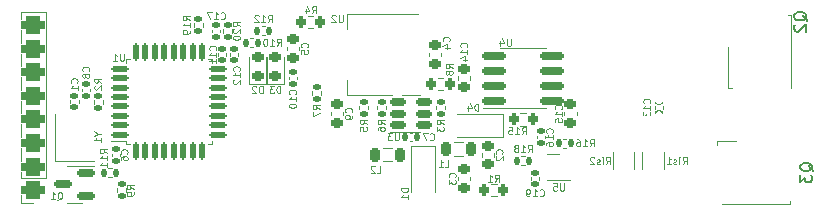
<source format=gbo>
%TF.GenerationSoftware,KiCad,Pcbnew,(6.0.5)*%
%TF.CreationDate,2022-06-23T16:37:56+12:00*%
%TF.ProjectId,OpenEFCS_electronics,4f70656e-4546-4435-935f-656c65637472,rev?*%
%TF.SameCoordinates,Original*%
%TF.FileFunction,Legend,Bot*%
%TF.FilePolarity,Positive*%
%FSLAX46Y46*%
G04 Gerber Fmt 4.6, Leading zero omitted, Abs format (unit mm)*
G04 Created by KiCad (PCBNEW (6.0.5)) date 2022-06-23 16:37:56*
%MOMM*%
%LPD*%
G01*
G04 APERTURE LIST*
G04 Aperture macros list*
%AMRoundRect*
0 Rectangle with rounded corners*
0 $1 Rounding radius*
0 $2 $3 $4 $5 $6 $7 $8 $9 X,Y pos of 4 corners*
0 Add a 4 corners polygon primitive as box body*
4,1,4,$2,$3,$4,$5,$6,$7,$8,$9,$2,$3,0*
0 Add four circle primitives for the rounded corners*
1,1,$1+$1,$2,$3*
1,1,$1+$1,$4,$5*
1,1,$1+$1,$6,$7*
1,1,$1+$1,$8,$9*
0 Add four rect primitives between the rounded corners*
20,1,$1+$1,$2,$3,$4,$5,0*
20,1,$1+$1,$4,$5,$6,$7,0*
20,1,$1+$1,$6,$7,$8,$9,0*
20,1,$1+$1,$8,$9,$2,$3,0*%
%AMFreePoly0*
4,1,17,2.675000,1.605000,1.875000,1.605000,1.875000,0.935000,2.675000,0.935000,2.675000,0.335000,1.875000,0.335000,1.875000,-0.335000,2.675000,-0.335000,2.675000,-0.935000,1.875000,-0.935000,1.875000,-1.605000,2.675000,-1.605000,2.675000,-2.205000,-1.875000,-2.205000,-1.875000,2.205000,2.675000,2.205000,2.675000,1.605000,2.675000,1.605000,$1*%
G04 Aperture macros list end*
%ADD10C,0.120000*%
%ADD11C,0.150000*%
%ADD12R,1.700000X1.700000*%
%ADD13O,1.700000X1.700000*%
%ADD14RoundRect,0.140000X-0.170000X0.140000X-0.170000X-0.140000X0.170000X-0.140000X0.170000X0.140000X0*%
%ADD15RoundRect,0.135000X0.135000X0.185000X-0.135000X0.185000X-0.135000X-0.185000X0.135000X-0.185000X0*%
%ADD16RoundRect,0.250000X0.625000X-0.312500X0.625000X0.312500X-0.625000X0.312500X-0.625000X-0.312500X0*%
%ADD17RoundRect,0.225000X0.250000X-0.225000X0.250000X0.225000X-0.250000X0.225000X-0.250000X-0.225000X0*%
%ADD18RoundRect,0.135000X0.185000X-0.135000X0.185000X0.135000X-0.185000X0.135000X-0.185000X-0.135000X0*%
%ADD19RoundRect,0.200000X-0.200000X-0.275000X0.200000X-0.275000X0.200000X0.275000X-0.200000X0.275000X0*%
%ADD20RoundRect,0.200000X0.200000X0.275000X-0.200000X0.275000X-0.200000X-0.275000X0.200000X-0.275000X0*%
%ADD21R,0.900000X1.200000*%
%ADD22RoundRect,0.225000X-0.250000X0.225000X-0.250000X-0.225000X0.250000X-0.225000X0.250000X0.225000X0*%
%ADD23RoundRect,0.140000X0.170000X-0.140000X0.170000X0.140000X-0.170000X0.140000X-0.170000X-0.140000X0*%
%ADD24RoundRect,0.150000X-0.825000X-0.150000X0.825000X-0.150000X0.825000X0.150000X-0.825000X0.150000X0*%
%ADD25RoundRect,0.150000X-0.512500X-0.150000X0.512500X-0.150000X0.512500X0.150000X-0.512500X0.150000X0*%
%ADD26RoundRect,0.218750X0.256250X-0.218750X0.256250X0.218750X-0.256250X0.218750X-0.256250X-0.218750X0*%
%ADD27FreePoly0,90.000000*%
%ADD28R,0.500000X0.850000*%
%ADD29RoundRect,0.135000X-0.135000X-0.185000X0.135000X-0.185000X0.135000X0.185000X-0.135000X0.185000X0*%
%ADD30RoundRect,0.140000X-0.140000X-0.170000X0.140000X-0.170000X0.140000X0.170000X-0.140000X0.170000X0*%
%ADD31R,0.880000X0.300000*%
%ADD32R,0.780000X0.300000*%
%ADD33RoundRect,0.218750X0.218750X0.381250X-0.218750X0.381250X-0.218750X-0.381250X0.218750X-0.381250X0*%
%ADD34RoundRect,0.125000X-0.625000X-0.125000X0.625000X-0.125000X0.625000X0.125000X-0.625000X0.125000X0*%
%ADD35RoundRect,0.125000X-0.125000X-0.625000X0.125000X-0.625000X0.125000X0.625000X-0.125000X0.625000X0*%
%ADD36R,1.200000X0.900000*%
%ADD37R,1.200000X1.400000*%
%ADD38RoundRect,0.135000X-0.185000X0.135000X-0.185000X-0.135000X0.185000X-0.135000X0.185000X0.135000X0*%
%ADD39FreePoly0,0.000000*%
%ADD40R,0.850000X0.500000*%
%ADD41RoundRect,0.150000X0.587500X0.150000X-0.587500X0.150000X-0.587500X-0.150000X0.587500X-0.150000X0*%
%ADD42R,2.000000X1.500000*%
%ADD43R,2.000000X3.800000*%
%ADD44RoundRect,0.375000X-0.625000X-0.375000X0.625000X-0.375000X0.625000X0.375000X-0.625000X0.375000X0*%
G04 APERTURE END LIST*
D10*
%TO.C,C8*%
X51714285Y-96400000D02*
X51742857Y-96371428D01*
X51771428Y-96285714D01*
X51771428Y-96228571D01*
X51742857Y-96142857D01*
X51685714Y-96085714D01*
X51628571Y-96057142D01*
X51514285Y-96028571D01*
X51428571Y-96028571D01*
X51314285Y-96057142D01*
X51257142Y-96085714D01*
X51200000Y-96142857D01*
X51171428Y-96228571D01*
X51171428Y-96285714D01*
X51200000Y-96371428D01*
X51228571Y-96400000D01*
X51428571Y-96742857D02*
X51400000Y-96685714D01*
X51371428Y-96657142D01*
X51314285Y-96628571D01*
X51285714Y-96628571D01*
X51228571Y-96657142D01*
X51200000Y-96685714D01*
X51171428Y-96742857D01*
X51171428Y-96857142D01*
X51200000Y-96914285D01*
X51228571Y-96942857D01*
X51285714Y-96971428D01*
X51314285Y-96971428D01*
X51371428Y-96942857D01*
X51400000Y-96914285D01*
X51428571Y-96857142D01*
X51428571Y-96742857D01*
X51457142Y-96685714D01*
X51485714Y-96657142D01*
X51542857Y-96628571D01*
X51657142Y-96628571D01*
X51714285Y-96657142D01*
X51742857Y-96685714D01*
X51771428Y-96742857D01*
X51771428Y-96857142D01*
X51742857Y-96914285D01*
X51714285Y-96942857D01*
X51657142Y-96971428D01*
X51542857Y-96971428D01*
X51485714Y-96942857D01*
X51457142Y-96914285D01*
X51428571Y-96857142D01*
%TO.C,R12*%
X66885714Y-92271428D02*
X67085714Y-91985714D01*
X67228571Y-92271428D02*
X67228571Y-91671428D01*
X67000000Y-91671428D01*
X66942857Y-91700000D01*
X66914285Y-91728571D01*
X66885714Y-91785714D01*
X66885714Y-91871428D01*
X66914285Y-91928571D01*
X66942857Y-91957142D01*
X67000000Y-91985714D01*
X67228571Y-91985714D01*
X66314285Y-92271428D02*
X66657142Y-92271428D01*
X66485714Y-92271428D02*
X66485714Y-91671428D01*
X66542857Y-91757142D01*
X66600000Y-91814285D01*
X66657142Y-91842857D01*
X66085714Y-91728571D02*
X66057142Y-91700000D01*
X66000000Y-91671428D01*
X65857142Y-91671428D01*
X65800000Y-91700000D01*
X65771428Y-91728571D01*
X65742857Y-91785714D01*
X65742857Y-91842857D01*
X65771428Y-91928571D01*
X66114285Y-92271428D01*
X65742857Y-92271428D01*
%TO.C,Ris2*%
X95485714Y-104271428D02*
X95685714Y-103985714D01*
X95828571Y-104271428D02*
X95828571Y-103671428D01*
X95600000Y-103671428D01*
X95542857Y-103700000D01*
X95514285Y-103728571D01*
X95485714Y-103785714D01*
X95485714Y-103871428D01*
X95514285Y-103928571D01*
X95542857Y-103957142D01*
X95600000Y-103985714D01*
X95828571Y-103985714D01*
X95228571Y-104271428D02*
X95228571Y-103871428D01*
X95228571Y-103671428D02*
X95257142Y-103700000D01*
X95228571Y-103728571D01*
X95200000Y-103700000D01*
X95228571Y-103671428D01*
X95228571Y-103728571D01*
X94971428Y-104242857D02*
X94914285Y-104271428D01*
X94800000Y-104271428D01*
X94742857Y-104242857D01*
X94714285Y-104185714D01*
X94714285Y-104157142D01*
X94742857Y-104100000D01*
X94800000Y-104071428D01*
X94885714Y-104071428D01*
X94942857Y-104042857D01*
X94971428Y-103985714D01*
X94971428Y-103957142D01*
X94942857Y-103900000D01*
X94885714Y-103871428D01*
X94800000Y-103871428D01*
X94742857Y-103900000D01*
X94485714Y-103728571D02*
X94457142Y-103700000D01*
X94400000Y-103671428D01*
X94257142Y-103671428D01*
X94200000Y-103700000D01*
X94171428Y-103728571D01*
X94142857Y-103785714D01*
X94142857Y-103842857D01*
X94171428Y-103928571D01*
X94514285Y-104271428D01*
X94142857Y-104271428D01*
%TO.C,C4*%
X82214285Y-93900000D02*
X82242857Y-93871428D01*
X82271428Y-93785714D01*
X82271428Y-93728571D01*
X82242857Y-93642857D01*
X82185714Y-93585714D01*
X82128571Y-93557142D01*
X82014285Y-93528571D01*
X81928571Y-93528571D01*
X81814285Y-93557142D01*
X81757142Y-93585714D01*
X81700000Y-93642857D01*
X81671428Y-93728571D01*
X81671428Y-93785714D01*
X81700000Y-93871428D01*
X81728571Y-93900000D01*
X81871428Y-94414285D02*
X82271428Y-94414285D01*
X81642857Y-94271428D02*
X82071428Y-94128571D01*
X82071428Y-94500000D01*
%TO.C,R20*%
X64521428Y-92614285D02*
X64235714Y-92414285D01*
X64521428Y-92271428D02*
X63921428Y-92271428D01*
X63921428Y-92500000D01*
X63950000Y-92557142D01*
X63978571Y-92585714D01*
X64035714Y-92614285D01*
X64121428Y-92614285D01*
X64178571Y-92585714D01*
X64207142Y-92557142D01*
X64235714Y-92500000D01*
X64235714Y-92271428D01*
X63978571Y-92842857D02*
X63950000Y-92871428D01*
X63921428Y-92928571D01*
X63921428Y-93071428D01*
X63950000Y-93128571D01*
X63978571Y-93157142D01*
X64035714Y-93185714D01*
X64092857Y-93185714D01*
X64178571Y-93157142D01*
X64521428Y-92814285D01*
X64521428Y-93185714D01*
X63921428Y-93557142D02*
X63921428Y-93614285D01*
X63950000Y-93671428D01*
X63978571Y-93700000D01*
X64035714Y-93728571D01*
X64150000Y-93757142D01*
X64292857Y-93757142D01*
X64407142Y-93728571D01*
X64464285Y-93700000D01*
X64492857Y-93671428D01*
X64521428Y-93614285D01*
X64521428Y-93557142D01*
X64492857Y-93500000D01*
X64464285Y-93471428D01*
X64407142Y-93442857D01*
X64292857Y-93414285D01*
X64150000Y-93414285D01*
X64035714Y-93442857D01*
X63978571Y-93471428D01*
X63950000Y-93500000D01*
X63921428Y-93557142D01*
%TO.C,R4*%
X70600000Y-91521428D02*
X70800000Y-91235714D01*
X70942857Y-91521428D02*
X70942857Y-90921428D01*
X70714285Y-90921428D01*
X70657142Y-90950000D01*
X70628571Y-90978571D01*
X70600000Y-91035714D01*
X70600000Y-91121428D01*
X70628571Y-91178571D01*
X70657142Y-91207142D01*
X70714285Y-91235714D01*
X70942857Y-91235714D01*
X70085714Y-91121428D02*
X70085714Y-91521428D01*
X70228571Y-90892857D02*
X70371428Y-91321428D01*
X70000000Y-91321428D01*
%TO.C,R15*%
X88385714Y-101771428D02*
X88585714Y-101485714D01*
X88728571Y-101771428D02*
X88728571Y-101171428D01*
X88500000Y-101171428D01*
X88442857Y-101200000D01*
X88414285Y-101228571D01*
X88385714Y-101285714D01*
X88385714Y-101371428D01*
X88414285Y-101428571D01*
X88442857Y-101457142D01*
X88500000Y-101485714D01*
X88728571Y-101485714D01*
X87814285Y-101771428D02*
X88157142Y-101771428D01*
X87985714Y-101771428D02*
X87985714Y-101171428D01*
X88042857Y-101257142D01*
X88100000Y-101314285D01*
X88157142Y-101342857D01*
X87271428Y-101171428D02*
X87557142Y-101171428D01*
X87585714Y-101457142D01*
X87557142Y-101428571D01*
X87500000Y-101400000D01*
X87357142Y-101400000D01*
X87300000Y-101428571D01*
X87271428Y-101457142D01*
X87242857Y-101514285D01*
X87242857Y-101657142D01*
X87271428Y-101714285D01*
X87300000Y-101742857D01*
X87357142Y-101771428D01*
X87500000Y-101771428D01*
X87557142Y-101742857D01*
X87585714Y-101714285D01*
%TO.C,D4*%
X84692857Y-99771428D02*
X84692857Y-99171428D01*
X84550000Y-99171428D01*
X84464285Y-99200000D01*
X84407142Y-99257142D01*
X84378571Y-99314285D01*
X84350000Y-99428571D01*
X84350000Y-99514285D01*
X84378571Y-99628571D01*
X84407142Y-99685714D01*
X84464285Y-99742857D01*
X84550000Y-99771428D01*
X84692857Y-99771428D01*
X83835714Y-99371428D02*
X83835714Y-99771428D01*
X83978571Y-99142857D02*
X84121428Y-99571428D01*
X83750000Y-99571428D01*
%TO.C,R1*%
X86100000Y-105771428D02*
X86300000Y-105485714D01*
X86442857Y-105771428D02*
X86442857Y-105171428D01*
X86214285Y-105171428D01*
X86157142Y-105200000D01*
X86128571Y-105228571D01*
X86100000Y-105285714D01*
X86100000Y-105371428D01*
X86128571Y-105428571D01*
X86157142Y-105457142D01*
X86214285Y-105485714D01*
X86442857Y-105485714D01*
X85528571Y-105771428D02*
X85871428Y-105771428D01*
X85700000Y-105771428D02*
X85700000Y-105171428D01*
X85757142Y-105257142D01*
X85814285Y-105314285D01*
X85871428Y-105342857D01*
%TO.C,C5*%
X70214285Y-94400000D02*
X70242857Y-94371428D01*
X70271428Y-94285714D01*
X70271428Y-94228571D01*
X70242857Y-94142857D01*
X70185714Y-94085714D01*
X70128571Y-94057142D01*
X70014285Y-94028571D01*
X69928571Y-94028571D01*
X69814285Y-94057142D01*
X69757142Y-94085714D01*
X69700000Y-94142857D01*
X69671428Y-94228571D01*
X69671428Y-94285714D01*
X69700000Y-94371428D01*
X69728571Y-94400000D01*
X69671428Y-94942857D02*
X69671428Y-94657142D01*
X69957142Y-94628571D01*
X69928571Y-94657142D01*
X69900000Y-94714285D01*
X69900000Y-94857142D01*
X69928571Y-94914285D01*
X69957142Y-94942857D01*
X70014285Y-94971428D01*
X70157142Y-94971428D01*
X70214285Y-94942857D01*
X70242857Y-94914285D01*
X70271428Y-94857142D01*
X70271428Y-94714285D01*
X70242857Y-94657142D01*
X70214285Y-94628571D01*
%TO.C,C10*%
X69214285Y-98364285D02*
X69242857Y-98335714D01*
X69271428Y-98250000D01*
X69271428Y-98192857D01*
X69242857Y-98107142D01*
X69185714Y-98050000D01*
X69128571Y-98021428D01*
X69014285Y-97992857D01*
X68928571Y-97992857D01*
X68814285Y-98021428D01*
X68757142Y-98050000D01*
X68700000Y-98107142D01*
X68671428Y-98192857D01*
X68671428Y-98250000D01*
X68700000Y-98335714D01*
X68728571Y-98364285D01*
X69271428Y-98935714D02*
X69271428Y-98592857D01*
X69271428Y-98764285D02*
X68671428Y-98764285D01*
X68757142Y-98707142D01*
X68814285Y-98650000D01*
X68842857Y-98592857D01*
X68671428Y-99307142D02*
X68671428Y-99364285D01*
X68700000Y-99421428D01*
X68728571Y-99450000D01*
X68785714Y-99478571D01*
X68900000Y-99507142D01*
X69042857Y-99507142D01*
X69157142Y-99478571D01*
X69214285Y-99450000D01*
X69242857Y-99421428D01*
X69271428Y-99364285D01*
X69271428Y-99307142D01*
X69242857Y-99250000D01*
X69214285Y-99221428D01*
X69157142Y-99192857D01*
X69042857Y-99164285D01*
X68900000Y-99164285D01*
X68785714Y-99192857D01*
X68728571Y-99221428D01*
X68700000Y-99250000D01*
X68671428Y-99307142D01*
%TO.C,U4*%
X87457142Y-93671428D02*
X87457142Y-94157142D01*
X87428571Y-94214285D01*
X87400000Y-94242857D01*
X87342857Y-94271428D01*
X87228571Y-94271428D01*
X87171428Y-94242857D01*
X87142857Y-94214285D01*
X87114285Y-94157142D01*
X87114285Y-93671428D01*
X86571428Y-93871428D02*
X86571428Y-94271428D01*
X86714285Y-93642857D02*
X86857142Y-94071428D01*
X86485714Y-94071428D01*
%TO.C,U3*%
X77957142Y-101671428D02*
X77957142Y-102157142D01*
X77928571Y-102214285D01*
X77900000Y-102242857D01*
X77842857Y-102271428D01*
X77728571Y-102271428D01*
X77671428Y-102242857D01*
X77642857Y-102214285D01*
X77614285Y-102157142D01*
X77614285Y-101671428D01*
X77385714Y-101671428D02*
X77014285Y-101671428D01*
X77214285Y-101900000D01*
X77128571Y-101900000D01*
X77071428Y-101928571D01*
X77042857Y-101957142D01*
X77014285Y-102014285D01*
X77014285Y-102157142D01*
X77042857Y-102214285D01*
X77071428Y-102242857D01*
X77128571Y-102271428D01*
X77300000Y-102271428D01*
X77357142Y-102242857D01*
X77385714Y-102214285D01*
%TO.C,D3*%
X67942857Y-98271428D02*
X67942857Y-97671428D01*
X67800000Y-97671428D01*
X67714285Y-97700000D01*
X67657142Y-97757142D01*
X67628571Y-97814285D01*
X67600000Y-97928571D01*
X67600000Y-98014285D01*
X67628571Y-98128571D01*
X67657142Y-98185714D01*
X67714285Y-98242857D01*
X67800000Y-98271428D01*
X67942857Y-98271428D01*
X67400000Y-97671428D02*
X67028571Y-97671428D01*
X67228571Y-97900000D01*
X67142857Y-97900000D01*
X67085714Y-97928571D01*
X67057142Y-97957142D01*
X67028571Y-98014285D01*
X67028571Y-98157142D01*
X67057142Y-98214285D01*
X67085714Y-98242857D01*
X67142857Y-98271428D01*
X67314285Y-98271428D01*
X67371428Y-98242857D01*
X67400000Y-98214285D01*
D11*
%TO.C,Q2*%
X112547619Y-92154761D02*
X112500000Y-92059523D01*
X112404761Y-91964285D01*
X112261904Y-91821428D01*
X112214285Y-91726190D01*
X112214285Y-91630952D01*
X112452380Y-91678571D02*
X112404761Y-91583333D01*
X112309523Y-91488095D01*
X112119047Y-91440476D01*
X111785714Y-91440476D01*
X111595238Y-91488095D01*
X111500000Y-91583333D01*
X111452380Y-91678571D01*
X111452380Y-91869047D01*
X111500000Y-91964285D01*
X111595238Y-92059523D01*
X111785714Y-92107142D01*
X112119047Y-92107142D01*
X112309523Y-92059523D01*
X112404761Y-91964285D01*
X112452380Y-91869047D01*
X112452380Y-91678571D01*
X111547619Y-92488095D02*
X111500000Y-92535714D01*
X111452380Y-92630952D01*
X111452380Y-92869047D01*
X111500000Y-92964285D01*
X111547619Y-93011904D01*
X111642857Y-93059523D01*
X111738095Y-93059523D01*
X111880952Y-93011904D01*
X112452380Y-92440476D01*
X112452380Y-93059523D01*
D10*
%TO.C,R18*%
X88885714Y-103271428D02*
X89085714Y-102985714D01*
X89228571Y-103271428D02*
X89228571Y-102671428D01*
X89000000Y-102671428D01*
X88942857Y-102700000D01*
X88914285Y-102728571D01*
X88885714Y-102785714D01*
X88885714Y-102871428D01*
X88914285Y-102928571D01*
X88942857Y-102957142D01*
X89000000Y-102985714D01*
X89228571Y-102985714D01*
X88314285Y-103271428D02*
X88657142Y-103271428D01*
X88485714Y-103271428D02*
X88485714Y-102671428D01*
X88542857Y-102757142D01*
X88600000Y-102814285D01*
X88657142Y-102842857D01*
X87971428Y-102928571D02*
X88028571Y-102900000D01*
X88057142Y-102871428D01*
X88085714Y-102814285D01*
X88085714Y-102785714D01*
X88057142Y-102728571D01*
X88028571Y-102700000D01*
X87971428Y-102671428D01*
X87857142Y-102671428D01*
X87800000Y-102700000D01*
X87771428Y-102728571D01*
X87742857Y-102785714D01*
X87742857Y-102814285D01*
X87771428Y-102871428D01*
X87800000Y-102900000D01*
X87857142Y-102928571D01*
X87971428Y-102928571D01*
X88028571Y-102957142D01*
X88057142Y-102985714D01*
X88085714Y-103042857D01*
X88085714Y-103157142D01*
X88057142Y-103214285D01*
X88028571Y-103242857D01*
X87971428Y-103271428D01*
X87857142Y-103271428D01*
X87800000Y-103242857D01*
X87771428Y-103214285D01*
X87742857Y-103157142D01*
X87742857Y-103042857D01*
X87771428Y-102985714D01*
X87800000Y-102957142D01*
X87857142Y-102928571D01*
%TO.C,C7*%
X80600000Y-102214285D02*
X80628571Y-102242857D01*
X80714285Y-102271428D01*
X80771428Y-102271428D01*
X80857142Y-102242857D01*
X80914285Y-102185714D01*
X80942857Y-102128571D01*
X80971428Y-102014285D01*
X80971428Y-101928571D01*
X80942857Y-101814285D01*
X80914285Y-101757142D01*
X80857142Y-101700000D01*
X80771428Y-101671428D01*
X80714285Y-101671428D01*
X80628571Y-101700000D01*
X80600000Y-101728571D01*
X80400000Y-101671428D02*
X80000000Y-101671428D01*
X80257142Y-102271428D01*
%TO.C,R9*%
X55521428Y-106400000D02*
X55235714Y-106200000D01*
X55521428Y-106057142D02*
X54921428Y-106057142D01*
X54921428Y-106285714D01*
X54950000Y-106342857D01*
X54978571Y-106371428D01*
X55035714Y-106400000D01*
X55121428Y-106400000D01*
X55178571Y-106371428D01*
X55207142Y-106342857D01*
X55235714Y-106285714D01*
X55235714Y-106057142D01*
X55521428Y-106685714D02*
X55521428Y-106800000D01*
X55492857Y-106857142D01*
X55464285Y-106885714D01*
X55378571Y-106942857D01*
X55264285Y-106971428D01*
X55035714Y-106971428D01*
X54978571Y-106942857D01*
X54950000Y-106914285D01*
X54921428Y-106857142D01*
X54921428Y-106742857D01*
X54950000Y-106685714D01*
X54978571Y-106657142D01*
X55035714Y-106628571D01*
X55178571Y-106628571D01*
X55235714Y-106657142D01*
X55264285Y-106685714D01*
X55292857Y-106742857D01*
X55292857Y-106857142D01*
X55264285Y-106914285D01*
X55235714Y-106942857D01*
X55178571Y-106971428D01*
%TO.C,C11*%
X62464285Y-94614285D02*
X62492857Y-94585714D01*
X62521428Y-94500000D01*
X62521428Y-94442857D01*
X62492857Y-94357142D01*
X62435714Y-94300000D01*
X62378571Y-94271428D01*
X62264285Y-94242857D01*
X62178571Y-94242857D01*
X62064285Y-94271428D01*
X62007142Y-94300000D01*
X61950000Y-94357142D01*
X61921428Y-94442857D01*
X61921428Y-94500000D01*
X61950000Y-94585714D01*
X61978571Y-94614285D01*
X62521428Y-95185714D02*
X62521428Y-94842857D01*
X62521428Y-95014285D02*
X61921428Y-95014285D01*
X62007142Y-94957142D01*
X62064285Y-94900000D01*
X62092857Y-94842857D01*
X62521428Y-95757142D02*
X62521428Y-95414285D01*
X62521428Y-95585714D02*
X61921428Y-95585714D01*
X62007142Y-95528571D01*
X62064285Y-95471428D01*
X62092857Y-95414285D01*
%TO.C,U5*%
X91957142Y-105921428D02*
X91957142Y-106407142D01*
X91928571Y-106464285D01*
X91900000Y-106492857D01*
X91842857Y-106521428D01*
X91728571Y-106521428D01*
X91671428Y-106492857D01*
X91642857Y-106464285D01*
X91614285Y-106407142D01*
X91614285Y-105921428D01*
X91042857Y-105921428D02*
X91328571Y-105921428D01*
X91357142Y-106207142D01*
X91328571Y-106178571D01*
X91271428Y-106150000D01*
X91128571Y-106150000D01*
X91071428Y-106178571D01*
X91042857Y-106207142D01*
X91014285Y-106264285D01*
X91014285Y-106407142D01*
X91042857Y-106464285D01*
X91071428Y-106492857D01*
X91128571Y-106521428D01*
X91271428Y-106521428D01*
X91328571Y-106492857D01*
X91357142Y-106464285D01*
%TO.C,C14*%
X83714285Y-94364285D02*
X83742857Y-94335714D01*
X83771428Y-94250000D01*
X83771428Y-94192857D01*
X83742857Y-94107142D01*
X83685714Y-94050000D01*
X83628571Y-94021428D01*
X83514285Y-93992857D01*
X83428571Y-93992857D01*
X83314285Y-94021428D01*
X83257142Y-94050000D01*
X83200000Y-94107142D01*
X83171428Y-94192857D01*
X83171428Y-94250000D01*
X83200000Y-94335714D01*
X83228571Y-94364285D01*
X83771428Y-94935714D02*
X83771428Y-94592857D01*
X83771428Y-94764285D02*
X83171428Y-94764285D01*
X83257142Y-94707142D01*
X83314285Y-94650000D01*
X83342857Y-94592857D01*
X83371428Y-95450000D02*
X83771428Y-95450000D01*
X83142857Y-95307142D02*
X83571428Y-95164285D01*
X83571428Y-95535714D01*
%TO.C,R8*%
X82521428Y-96150000D02*
X82235714Y-95950000D01*
X82521428Y-95807142D02*
X81921428Y-95807142D01*
X81921428Y-96035714D01*
X81950000Y-96092857D01*
X81978571Y-96121428D01*
X82035714Y-96150000D01*
X82121428Y-96150000D01*
X82178571Y-96121428D01*
X82207142Y-96092857D01*
X82235714Y-96035714D01*
X82235714Y-95807142D01*
X82178571Y-96492857D02*
X82150000Y-96435714D01*
X82121428Y-96407142D01*
X82064285Y-96378571D01*
X82035714Y-96378571D01*
X81978571Y-96407142D01*
X81950000Y-96435714D01*
X81921428Y-96492857D01*
X81921428Y-96607142D01*
X81950000Y-96664285D01*
X81978571Y-96692857D01*
X82035714Y-96721428D01*
X82064285Y-96721428D01*
X82121428Y-96692857D01*
X82150000Y-96664285D01*
X82178571Y-96607142D01*
X82178571Y-96492857D01*
X82207142Y-96435714D01*
X82235714Y-96407142D01*
X82292857Y-96378571D01*
X82407142Y-96378571D01*
X82464285Y-96407142D01*
X82492857Y-96435714D01*
X82521428Y-96492857D01*
X82521428Y-96607142D01*
X82492857Y-96664285D01*
X82464285Y-96692857D01*
X82407142Y-96721428D01*
X82292857Y-96721428D01*
X82235714Y-96692857D01*
X82207142Y-96664285D01*
X82178571Y-96607142D01*
%TO.C,C17*%
X62885714Y-91964285D02*
X62914285Y-91992857D01*
X63000000Y-92021428D01*
X63057142Y-92021428D01*
X63142857Y-91992857D01*
X63200000Y-91935714D01*
X63228571Y-91878571D01*
X63257142Y-91764285D01*
X63257142Y-91678571D01*
X63228571Y-91564285D01*
X63200000Y-91507142D01*
X63142857Y-91450000D01*
X63057142Y-91421428D01*
X63000000Y-91421428D01*
X62914285Y-91450000D01*
X62885714Y-91478571D01*
X62314285Y-92021428D02*
X62657142Y-92021428D01*
X62485714Y-92021428D02*
X62485714Y-91421428D01*
X62542857Y-91507142D01*
X62600000Y-91564285D01*
X62657142Y-91592857D01*
X62114285Y-91421428D02*
X61714285Y-91421428D01*
X61971428Y-92021428D01*
%TO.C,L2*%
X76100000Y-105021428D02*
X76385714Y-105021428D01*
X76385714Y-104421428D01*
X75928571Y-104478571D02*
X75900000Y-104450000D01*
X75842857Y-104421428D01*
X75700000Y-104421428D01*
X75642857Y-104450000D01*
X75614285Y-104478571D01*
X75585714Y-104535714D01*
X75585714Y-104592857D01*
X75614285Y-104678571D01*
X75957142Y-105021428D01*
X75585714Y-105021428D01*
%TO.C,C13*%
X99214285Y-99114285D02*
X99242857Y-99085714D01*
X99271428Y-99000000D01*
X99271428Y-98942857D01*
X99242857Y-98857142D01*
X99185714Y-98800000D01*
X99128571Y-98771428D01*
X99014285Y-98742857D01*
X98928571Y-98742857D01*
X98814285Y-98771428D01*
X98757142Y-98800000D01*
X98700000Y-98857142D01*
X98671428Y-98942857D01*
X98671428Y-99000000D01*
X98700000Y-99085714D01*
X98728571Y-99114285D01*
X99271428Y-99685714D02*
X99271428Y-99342857D01*
X99271428Y-99514285D02*
X98671428Y-99514285D01*
X98757142Y-99457142D01*
X98814285Y-99400000D01*
X98842857Y-99342857D01*
X98671428Y-99885714D02*
X98671428Y-100257142D01*
X98900000Y-100057142D01*
X98900000Y-100142857D01*
X98928571Y-100200000D01*
X98957142Y-100228571D01*
X99014285Y-100257142D01*
X99157142Y-100257142D01*
X99214285Y-100228571D01*
X99242857Y-100200000D01*
X99271428Y-100142857D01*
X99271428Y-99971428D01*
X99242857Y-99914285D01*
X99214285Y-99885714D01*
%TO.C,U1*%
X54707142Y-94921428D02*
X54707142Y-95407142D01*
X54678571Y-95464285D01*
X54650000Y-95492857D01*
X54592857Y-95521428D01*
X54478571Y-95521428D01*
X54421428Y-95492857D01*
X54392857Y-95464285D01*
X54364285Y-95407142D01*
X54364285Y-94921428D01*
X53764285Y-95521428D02*
X54107142Y-95521428D01*
X53935714Y-95521428D02*
X53935714Y-94921428D01*
X53992857Y-95007142D01*
X54050000Y-95064285D01*
X54107142Y-95092857D01*
%TO.C,R10*%
X67635714Y-94271428D02*
X67835714Y-93985714D01*
X67978571Y-94271428D02*
X67978571Y-93671428D01*
X67750000Y-93671428D01*
X67692857Y-93700000D01*
X67664285Y-93728571D01*
X67635714Y-93785714D01*
X67635714Y-93871428D01*
X67664285Y-93928571D01*
X67692857Y-93957142D01*
X67750000Y-93985714D01*
X67978571Y-93985714D01*
X67064285Y-94271428D02*
X67407142Y-94271428D01*
X67235714Y-94271428D02*
X67235714Y-93671428D01*
X67292857Y-93757142D01*
X67350000Y-93814285D01*
X67407142Y-93842857D01*
X66692857Y-93671428D02*
X66635714Y-93671428D01*
X66578571Y-93700000D01*
X66550000Y-93728571D01*
X66521428Y-93785714D01*
X66492857Y-93900000D01*
X66492857Y-94042857D01*
X66521428Y-94157142D01*
X66550000Y-94214285D01*
X66578571Y-94242857D01*
X66635714Y-94271428D01*
X66692857Y-94271428D01*
X66750000Y-94242857D01*
X66778571Y-94214285D01*
X66807142Y-94157142D01*
X66835714Y-94042857D01*
X66835714Y-93900000D01*
X66807142Y-93785714D01*
X66778571Y-93728571D01*
X66750000Y-93700000D01*
X66692857Y-93671428D01*
%TO.C,R2*%
X52771428Y-97400000D02*
X52485714Y-97200000D01*
X52771428Y-97057142D02*
X52171428Y-97057142D01*
X52171428Y-97285714D01*
X52200000Y-97342857D01*
X52228571Y-97371428D01*
X52285714Y-97400000D01*
X52371428Y-97400000D01*
X52428571Y-97371428D01*
X52457142Y-97342857D01*
X52485714Y-97285714D01*
X52485714Y-97057142D01*
X52228571Y-97628571D02*
X52200000Y-97657142D01*
X52171428Y-97714285D01*
X52171428Y-97857142D01*
X52200000Y-97914285D01*
X52228571Y-97942857D01*
X52285714Y-97971428D01*
X52342857Y-97971428D01*
X52428571Y-97942857D01*
X52771428Y-97600000D01*
X52771428Y-97971428D01*
%TO.C,D1*%
X78771428Y-106307142D02*
X78171428Y-106307142D01*
X78171428Y-106450000D01*
X78200000Y-106535714D01*
X78257142Y-106592857D01*
X78314285Y-106621428D01*
X78428571Y-106650000D01*
X78514285Y-106650000D01*
X78628571Y-106621428D01*
X78685714Y-106592857D01*
X78742857Y-106535714D01*
X78771428Y-106450000D01*
X78771428Y-106307142D01*
X78771428Y-107221428D02*
X78771428Y-106878571D01*
X78771428Y-107050000D02*
X78171428Y-107050000D01*
X78257142Y-106992857D01*
X78314285Y-106935714D01*
X78342857Y-106878571D01*
%TO.C,C12*%
X64464285Y-96364285D02*
X64492857Y-96335714D01*
X64521428Y-96250000D01*
X64521428Y-96192857D01*
X64492857Y-96107142D01*
X64435714Y-96050000D01*
X64378571Y-96021428D01*
X64264285Y-95992857D01*
X64178571Y-95992857D01*
X64064285Y-96021428D01*
X64007142Y-96050000D01*
X63950000Y-96107142D01*
X63921428Y-96192857D01*
X63921428Y-96250000D01*
X63950000Y-96335714D01*
X63978571Y-96364285D01*
X64521428Y-96935714D02*
X64521428Y-96592857D01*
X64521428Y-96764285D02*
X63921428Y-96764285D01*
X64007142Y-96707142D01*
X64064285Y-96650000D01*
X64092857Y-96592857D01*
X63978571Y-97164285D02*
X63950000Y-97192857D01*
X63921428Y-97250000D01*
X63921428Y-97392857D01*
X63950000Y-97450000D01*
X63978571Y-97478571D01*
X64035714Y-97507142D01*
X64092857Y-97507142D01*
X64178571Y-97478571D01*
X64521428Y-97135714D01*
X64521428Y-97507142D01*
%TO.C,R19*%
X60271428Y-92114285D02*
X59985714Y-91914285D01*
X60271428Y-91771428D02*
X59671428Y-91771428D01*
X59671428Y-92000000D01*
X59700000Y-92057142D01*
X59728571Y-92085714D01*
X59785714Y-92114285D01*
X59871428Y-92114285D01*
X59928571Y-92085714D01*
X59957142Y-92057142D01*
X59985714Y-92000000D01*
X59985714Y-91771428D01*
X60271428Y-92685714D02*
X60271428Y-92342857D01*
X60271428Y-92514285D02*
X59671428Y-92514285D01*
X59757142Y-92457142D01*
X59814285Y-92400000D01*
X59842857Y-92342857D01*
X60271428Y-92971428D02*
X60271428Y-93085714D01*
X60242857Y-93142857D01*
X60214285Y-93171428D01*
X60128571Y-93228571D01*
X60014285Y-93257142D01*
X59785714Y-93257142D01*
X59728571Y-93228571D01*
X59700000Y-93200000D01*
X59671428Y-93142857D01*
X59671428Y-93028571D01*
X59700000Y-92971428D01*
X59728571Y-92942857D01*
X59785714Y-92914285D01*
X59928571Y-92914285D01*
X59985714Y-92942857D01*
X60014285Y-92971428D01*
X60042857Y-93028571D01*
X60042857Y-93142857D01*
X60014285Y-93200000D01*
X59985714Y-93228571D01*
X59928571Y-93257142D01*
%TO.C,C1*%
X50714285Y-97400000D02*
X50742857Y-97371428D01*
X50771428Y-97285714D01*
X50771428Y-97228571D01*
X50742857Y-97142857D01*
X50685714Y-97085714D01*
X50628571Y-97057142D01*
X50514285Y-97028571D01*
X50428571Y-97028571D01*
X50314285Y-97057142D01*
X50257142Y-97085714D01*
X50200000Y-97142857D01*
X50171428Y-97228571D01*
X50171428Y-97285714D01*
X50200000Y-97371428D01*
X50228571Y-97400000D01*
X50771428Y-97971428D02*
X50771428Y-97628571D01*
X50771428Y-97800000D02*
X50171428Y-97800000D01*
X50257142Y-97742857D01*
X50314285Y-97685714D01*
X50342857Y-97628571D01*
%TO.C,C2*%
X86714285Y-103400000D02*
X86742857Y-103371428D01*
X86771428Y-103285714D01*
X86771428Y-103228571D01*
X86742857Y-103142857D01*
X86685714Y-103085714D01*
X86628571Y-103057142D01*
X86514285Y-103028571D01*
X86428571Y-103028571D01*
X86314285Y-103057142D01*
X86257142Y-103085714D01*
X86200000Y-103142857D01*
X86171428Y-103228571D01*
X86171428Y-103285714D01*
X86200000Y-103371428D01*
X86228571Y-103400000D01*
X86228571Y-103628571D02*
X86200000Y-103657142D01*
X86171428Y-103714285D01*
X86171428Y-103857142D01*
X86200000Y-103914285D01*
X86228571Y-103942857D01*
X86285714Y-103971428D01*
X86342857Y-103971428D01*
X86428571Y-103942857D01*
X86771428Y-103600000D01*
X86771428Y-103971428D01*
%TO.C,Y1*%
X52485714Y-101714285D02*
X52771428Y-101714285D01*
X52171428Y-101514285D02*
X52485714Y-101714285D01*
X52171428Y-101914285D01*
X52771428Y-102428571D02*
X52771428Y-102085714D01*
X52771428Y-102257142D02*
X52171428Y-102257142D01*
X52257142Y-102200000D01*
X52314285Y-102142857D01*
X52342857Y-102085714D01*
%TO.C,R11*%
X53271428Y-103364285D02*
X52985714Y-103164285D01*
X53271428Y-103021428D02*
X52671428Y-103021428D01*
X52671428Y-103250000D01*
X52700000Y-103307142D01*
X52728571Y-103335714D01*
X52785714Y-103364285D01*
X52871428Y-103364285D01*
X52928571Y-103335714D01*
X52957142Y-103307142D01*
X52985714Y-103250000D01*
X52985714Y-103021428D01*
X53271428Y-103935714D02*
X53271428Y-103592857D01*
X53271428Y-103764285D02*
X52671428Y-103764285D01*
X52757142Y-103707142D01*
X52814285Y-103650000D01*
X52842857Y-103592857D01*
X53271428Y-104507142D02*
X53271428Y-104164285D01*
X53271428Y-104335714D02*
X52671428Y-104335714D01*
X52757142Y-104278571D01*
X52814285Y-104221428D01*
X52842857Y-104164285D01*
%TO.C,C16*%
X90964285Y-101614285D02*
X90992857Y-101585714D01*
X91021428Y-101500000D01*
X91021428Y-101442857D01*
X90992857Y-101357142D01*
X90935714Y-101300000D01*
X90878571Y-101271428D01*
X90764285Y-101242857D01*
X90678571Y-101242857D01*
X90564285Y-101271428D01*
X90507142Y-101300000D01*
X90450000Y-101357142D01*
X90421428Y-101442857D01*
X90421428Y-101500000D01*
X90450000Y-101585714D01*
X90478571Y-101614285D01*
X91021428Y-102185714D02*
X91021428Y-101842857D01*
X91021428Y-102014285D02*
X90421428Y-102014285D01*
X90507142Y-101957142D01*
X90564285Y-101900000D01*
X90592857Y-101842857D01*
X90421428Y-102700000D02*
X90421428Y-102585714D01*
X90450000Y-102528571D01*
X90478571Y-102500000D01*
X90564285Y-102442857D01*
X90678571Y-102414285D01*
X90907142Y-102414285D01*
X90964285Y-102442857D01*
X90992857Y-102471428D01*
X91021428Y-102528571D01*
X91021428Y-102642857D01*
X90992857Y-102700000D01*
X90964285Y-102728571D01*
X90907142Y-102757142D01*
X90764285Y-102757142D01*
X90707142Y-102728571D01*
X90678571Y-102700000D01*
X90650000Y-102642857D01*
X90650000Y-102528571D01*
X90678571Y-102471428D01*
X90707142Y-102442857D01*
X90764285Y-102414285D01*
%TO.C,L1*%
X81850000Y-104521428D02*
X82135714Y-104521428D01*
X82135714Y-103921428D01*
X81335714Y-104521428D02*
X81678571Y-104521428D01*
X81507142Y-104521428D02*
X81507142Y-103921428D01*
X81564285Y-104007142D01*
X81621428Y-104064285D01*
X81678571Y-104092857D01*
%TO.C,C9*%
X73964285Y-99900000D02*
X73992857Y-99871428D01*
X74021428Y-99785714D01*
X74021428Y-99728571D01*
X73992857Y-99642857D01*
X73935714Y-99585714D01*
X73878571Y-99557142D01*
X73764285Y-99528571D01*
X73678571Y-99528571D01*
X73564285Y-99557142D01*
X73507142Y-99585714D01*
X73450000Y-99642857D01*
X73421428Y-99728571D01*
X73421428Y-99785714D01*
X73450000Y-99871428D01*
X73478571Y-99900000D01*
X74021428Y-100185714D02*
X74021428Y-100300000D01*
X73992857Y-100357142D01*
X73964285Y-100385714D01*
X73878571Y-100442857D01*
X73764285Y-100471428D01*
X73535714Y-100471428D01*
X73478571Y-100442857D01*
X73450000Y-100414285D01*
X73421428Y-100357142D01*
X73421428Y-100242857D01*
X73450000Y-100185714D01*
X73478571Y-100157142D01*
X73535714Y-100128571D01*
X73678571Y-100128571D01*
X73735714Y-100157142D01*
X73764285Y-100185714D01*
X73792857Y-100242857D01*
X73792857Y-100357142D01*
X73764285Y-100414285D01*
X73735714Y-100442857D01*
X73678571Y-100471428D01*
%TO.C,R7*%
X71271428Y-99650000D02*
X70985714Y-99450000D01*
X71271428Y-99307142D02*
X70671428Y-99307142D01*
X70671428Y-99535714D01*
X70700000Y-99592857D01*
X70728571Y-99621428D01*
X70785714Y-99650000D01*
X70871428Y-99650000D01*
X70928571Y-99621428D01*
X70957142Y-99592857D01*
X70985714Y-99535714D01*
X70985714Y-99307142D01*
X70671428Y-99850000D02*
X70671428Y-100250000D01*
X71271428Y-99992857D01*
%TO.C,R5*%
X75271428Y-100900000D02*
X74985714Y-100700000D01*
X75271428Y-100557142D02*
X74671428Y-100557142D01*
X74671428Y-100785714D01*
X74700000Y-100842857D01*
X74728571Y-100871428D01*
X74785714Y-100900000D01*
X74871428Y-100900000D01*
X74928571Y-100871428D01*
X74957142Y-100842857D01*
X74985714Y-100785714D01*
X74985714Y-100557142D01*
X74671428Y-101442857D02*
X74671428Y-101157142D01*
X74957142Y-101128571D01*
X74928571Y-101157142D01*
X74900000Y-101214285D01*
X74900000Y-101357142D01*
X74928571Y-101414285D01*
X74957142Y-101442857D01*
X75014285Y-101471428D01*
X75157142Y-101471428D01*
X75214285Y-101442857D01*
X75242857Y-101414285D01*
X75271428Y-101357142D01*
X75271428Y-101214285D01*
X75242857Y-101157142D01*
X75214285Y-101128571D01*
D11*
%TO.C,Q3*%
X113047619Y-104904761D02*
X113000000Y-104809523D01*
X112904761Y-104714285D01*
X112761904Y-104571428D01*
X112714285Y-104476190D01*
X112714285Y-104380952D01*
X112952380Y-104428571D02*
X112904761Y-104333333D01*
X112809523Y-104238095D01*
X112619047Y-104190476D01*
X112285714Y-104190476D01*
X112095238Y-104238095D01*
X112000000Y-104333333D01*
X111952380Y-104428571D01*
X111952380Y-104619047D01*
X112000000Y-104714285D01*
X112095238Y-104809523D01*
X112285714Y-104857142D01*
X112619047Y-104857142D01*
X112809523Y-104809523D01*
X112904761Y-104714285D01*
X112952380Y-104619047D01*
X112952380Y-104428571D01*
X111952380Y-105190476D02*
X111952380Y-105809523D01*
X112333333Y-105476190D01*
X112333333Y-105619047D01*
X112380952Y-105714285D01*
X112428571Y-105761904D01*
X112523809Y-105809523D01*
X112761904Y-105809523D01*
X112857142Y-105761904D01*
X112904761Y-105714285D01*
X112952380Y-105619047D01*
X112952380Y-105333333D01*
X112904761Y-105238095D01*
X112857142Y-105190476D01*
D10*
%TO.C,C19*%
X89885714Y-106964285D02*
X89914285Y-106992857D01*
X90000000Y-107021428D01*
X90057142Y-107021428D01*
X90142857Y-106992857D01*
X90200000Y-106935714D01*
X90228571Y-106878571D01*
X90257142Y-106764285D01*
X90257142Y-106678571D01*
X90228571Y-106564285D01*
X90200000Y-106507142D01*
X90142857Y-106450000D01*
X90057142Y-106421428D01*
X90000000Y-106421428D01*
X89914285Y-106450000D01*
X89885714Y-106478571D01*
X89314285Y-107021428D02*
X89657142Y-107021428D01*
X89485714Y-107021428D02*
X89485714Y-106421428D01*
X89542857Y-106507142D01*
X89600000Y-106564285D01*
X89657142Y-106592857D01*
X89028571Y-107021428D02*
X88914285Y-107021428D01*
X88857142Y-106992857D01*
X88828571Y-106964285D01*
X88771428Y-106878571D01*
X88742857Y-106764285D01*
X88742857Y-106535714D01*
X88771428Y-106478571D01*
X88800000Y-106450000D01*
X88857142Y-106421428D01*
X88971428Y-106421428D01*
X89028571Y-106450000D01*
X89057142Y-106478571D01*
X89085714Y-106535714D01*
X89085714Y-106678571D01*
X89057142Y-106735714D01*
X89028571Y-106764285D01*
X88971428Y-106792857D01*
X88857142Y-106792857D01*
X88800000Y-106764285D01*
X88771428Y-106735714D01*
X88742857Y-106678571D01*
%TO.C,Ris1*%
X101985714Y-104271428D02*
X102185714Y-103985714D01*
X102328571Y-104271428D02*
X102328571Y-103671428D01*
X102100000Y-103671428D01*
X102042857Y-103700000D01*
X102014285Y-103728571D01*
X101985714Y-103785714D01*
X101985714Y-103871428D01*
X102014285Y-103928571D01*
X102042857Y-103957142D01*
X102100000Y-103985714D01*
X102328571Y-103985714D01*
X101728571Y-104271428D02*
X101728571Y-103871428D01*
X101728571Y-103671428D02*
X101757142Y-103700000D01*
X101728571Y-103728571D01*
X101700000Y-103700000D01*
X101728571Y-103671428D01*
X101728571Y-103728571D01*
X101471428Y-104242857D02*
X101414285Y-104271428D01*
X101300000Y-104271428D01*
X101242857Y-104242857D01*
X101214285Y-104185714D01*
X101214285Y-104157142D01*
X101242857Y-104100000D01*
X101300000Y-104071428D01*
X101385714Y-104071428D01*
X101442857Y-104042857D01*
X101471428Y-103985714D01*
X101471428Y-103957142D01*
X101442857Y-103900000D01*
X101385714Y-103871428D01*
X101300000Y-103871428D01*
X101242857Y-103900000D01*
X100642857Y-104271428D02*
X100985714Y-104271428D01*
X100814285Y-104271428D02*
X100814285Y-103671428D01*
X100871428Y-103757142D01*
X100928571Y-103814285D01*
X100985714Y-103842857D01*
%TO.C,C15*%
X91714285Y-99614285D02*
X91742857Y-99585714D01*
X91771428Y-99500000D01*
X91771428Y-99442857D01*
X91742857Y-99357142D01*
X91685714Y-99300000D01*
X91628571Y-99271428D01*
X91514285Y-99242857D01*
X91428571Y-99242857D01*
X91314285Y-99271428D01*
X91257142Y-99300000D01*
X91200000Y-99357142D01*
X91171428Y-99442857D01*
X91171428Y-99500000D01*
X91200000Y-99585714D01*
X91228571Y-99614285D01*
X91771428Y-100185714D02*
X91771428Y-99842857D01*
X91771428Y-100014285D02*
X91171428Y-100014285D01*
X91257142Y-99957142D01*
X91314285Y-99900000D01*
X91342857Y-99842857D01*
X91171428Y-100728571D02*
X91171428Y-100442857D01*
X91457142Y-100414285D01*
X91428571Y-100442857D01*
X91400000Y-100500000D01*
X91400000Y-100642857D01*
X91428571Y-100700000D01*
X91457142Y-100728571D01*
X91514285Y-100757142D01*
X91657142Y-100757142D01*
X91714285Y-100728571D01*
X91742857Y-100700000D01*
X91771428Y-100642857D01*
X91771428Y-100500000D01*
X91742857Y-100442857D01*
X91714285Y-100414285D01*
%TO.C,Q1*%
X49057142Y-107328571D02*
X49114285Y-107300000D01*
X49171428Y-107242857D01*
X49257142Y-107157142D01*
X49314285Y-107128571D01*
X49371428Y-107128571D01*
X49342857Y-107271428D02*
X49400000Y-107242857D01*
X49457142Y-107185714D01*
X49485714Y-107071428D01*
X49485714Y-106871428D01*
X49457142Y-106757142D01*
X49400000Y-106700000D01*
X49342857Y-106671428D01*
X49228571Y-106671428D01*
X49171428Y-106700000D01*
X49114285Y-106757142D01*
X49085714Y-106871428D01*
X49085714Y-107071428D01*
X49114285Y-107185714D01*
X49171428Y-107242857D01*
X49228571Y-107271428D01*
X49342857Y-107271428D01*
X48514285Y-107271428D02*
X48857142Y-107271428D01*
X48685714Y-107271428D02*
X48685714Y-106671428D01*
X48742857Y-106757142D01*
X48800000Y-106814285D01*
X48857142Y-106842857D01*
%TO.C,U2*%
X73207142Y-91671428D02*
X73207142Y-92157142D01*
X73178571Y-92214285D01*
X73150000Y-92242857D01*
X73092857Y-92271428D01*
X72978571Y-92271428D01*
X72921428Y-92242857D01*
X72892857Y-92214285D01*
X72864285Y-92157142D01*
X72864285Y-91671428D01*
X72607142Y-91728571D02*
X72578571Y-91700000D01*
X72521428Y-91671428D01*
X72378571Y-91671428D01*
X72321428Y-91700000D01*
X72292857Y-91728571D01*
X72264285Y-91785714D01*
X72264285Y-91842857D01*
X72292857Y-91928571D01*
X72635714Y-92271428D01*
X72264285Y-92271428D01*
%TO.C,R16*%
X94135714Y-102771428D02*
X94335714Y-102485714D01*
X94478571Y-102771428D02*
X94478571Y-102171428D01*
X94250000Y-102171428D01*
X94192857Y-102200000D01*
X94164285Y-102228571D01*
X94135714Y-102285714D01*
X94135714Y-102371428D01*
X94164285Y-102428571D01*
X94192857Y-102457142D01*
X94250000Y-102485714D01*
X94478571Y-102485714D01*
X93564285Y-102771428D02*
X93907142Y-102771428D01*
X93735714Y-102771428D02*
X93735714Y-102171428D01*
X93792857Y-102257142D01*
X93850000Y-102314285D01*
X93907142Y-102342857D01*
X93050000Y-102171428D02*
X93164285Y-102171428D01*
X93221428Y-102200000D01*
X93250000Y-102228571D01*
X93307142Y-102314285D01*
X93335714Y-102428571D01*
X93335714Y-102657142D01*
X93307142Y-102714285D01*
X93278571Y-102742857D01*
X93221428Y-102771428D01*
X93107142Y-102771428D01*
X93050000Y-102742857D01*
X93021428Y-102714285D01*
X92992857Y-102657142D01*
X92992857Y-102514285D01*
X93021428Y-102457142D01*
X93050000Y-102428571D01*
X93107142Y-102400000D01*
X93221428Y-102400000D01*
X93278571Y-102428571D01*
X93307142Y-102457142D01*
X93335714Y-102514285D01*
%TO.C,R6*%
X76771428Y-100900000D02*
X76485714Y-100700000D01*
X76771428Y-100557142D02*
X76171428Y-100557142D01*
X76171428Y-100785714D01*
X76200000Y-100842857D01*
X76228571Y-100871428D01*
X76285714Y-100900000D01*
X76371428Y-100900000D01*
X76428571Y-100871428D01*
X76457142Y-100842857D01*
X76485714Y-100785714D01*
X76485714Y-100557142D01*
X76171428Y-101414285D02*
X76171428Y-101300000D01*
X76200000Y-101242857D01*
X76228571Y-101214285D01*
X76314285Y-101157142D01*
X76428571Y-101128571D01*
X76657142Y-101128571D01*
X76714285Y-101157142D01*
X76742857Y-101185714D01*
X76771428Y-101242857D01*
X76771428Y-101357142D01*
X76742857Y-101414285D01*
X76714285Y-101442857D01*
X76657142Y-101471428D01*
X76514285Y-101471428D01*
X76457142Y-101442857D01*
X76428571Y-101414285D01*
X76400000Y-101357142D01*
X76400000Y-101242857D01*
X76428571Y-101185714D01*
X76457142Y-101157142D01*
X76514285Y-101128571D01*
%TO.C,R3*%
X81771428Y-100900000D02*
X81485714Y-100700000D01*
X81771428Y-100557142D02*
X81171428Y-100557142D01*
X81171428Y-100785714D01*
X81200000Y-100842857D01*
X81228571Y-100871428D01*
X81285714Y-100900000D01*
X81371428Y-100900000D01*
X81428571Y-100871428D01*
X81457142Y-100842857D01*
X81485714Y-100785714D01*
X81485714Y-100557142D01*
X81171428Y-101100000D02*
X81171428Y-101471428D01*
X81400000Y-101271428D01*
X81400000Y-101357142D01*
X81428571Y-101414285D01*
X81457142Y-101442857D01*
X81514285Y-101471428D01*
X81657142Y-101471428D01*
X81714285Y-101442857D01*
X81742857Y-101414285D01*
X81771428Y-101357142D01*
X81771428Y-101185714D01*
X81742857Y-101128571D01*
X81714285Y-101100000D01*
%TO.C,D2*%
X66442857Y-98271428D02*
X66442857Y-97671428D01*
X66300000Y-97671428D01*
X66214285Y-97700000D01*
X66157142Y-97757142D01*
X66128571Y-97814285D01*
X66100000Y-97928571D01*
X66100000Y-98014285D01*
X66128571Y-98128571D01*
X66157142Y-98185714D01*
X66214285Y-98242857D01*
X66300000Y-98271428D01*
X66442857Y-98271428D01*
X65871428Y-97728571D02*
X65842857Y-97700000D01*
X65785714Y-97671428D01*
X65642857Y-97671428D01*
X65585714Y-97700000D01*
X65557142Y-97728571D01*
X65528571Y-97785714D01*
X65528571Y-97842857D01*
X65557142Y-97928571D01*
X65900000Y-98271428D01*
X65528571Y-98271428D01*
%TO.C,C6*%
X54964285Y-103400000D02*
X54992857Y-103371428D01*
X55021428Y-103285714D01*
X55021428Y-103228571D01*
X54992857Y-103142857D01*
X54935714Y-103085714D01*
X54878571Y-103057142D01*
X54764285Y-103028571D01*
X54678571Y-103028571D01*
X54564285Y-103057142D01*
X54507142Y-103085714D01*
X54450000Y-103142857D01*
X54421428Y-103228571D01*
X54421428Y-103285714D01*
X54450000Y-103371428D01*
X54478571Y-103400000D01*
X54421428Y-103914285D02*
X54421428Y-103800000D01*
X54450000Y-103742857D01*
X54478571Y-103714285D01*
X54564285Y-103657142D01*
X54678571Y-103628571D01*
X54907142Y-103628571D01*
X54964285Y-103657142D01*
X54992857Y-103685714D01*
X55021428Y-103742857D01*
X55021428Y-103857142D01*
X54992857Y-103914285D01*
X54964285Y-103942857D01*
X54907142Y-103971428D01*
X54764285Y-103971428D01*
X54707142Y-103942857D01*
X54678571Y-103914285D01*
X54650000Y-103857142D01*
X54650000Y-103742857D01*
X54678571Y-103685714D01*
X54707142Y-103657142D01*
X54764285Y-103628571D01*
%TO.C,C3*%
X82714285Y-105400000D02*
X82742857Y-105371428D01*
X82771428Y-105285714D01*
X82771428Y-105228571D01*
X82742857Y-105142857D01*
X82685714Y-105085714D01*
X82628571Y-105057142D01*
X82514285Y-105028571D01*
X82428571Y-105028571D01*
X82314285Y-105057142D01*
X82257142Y-105085714D01*
X82200000Y-105142857D01*
X82171428Y-105228571D01*
X82171428Y-105285714D01*
X82200000Y-105371428D01*
X82228571Y-105400000D01*
X82171428Y-105600000D02*
X82171428Y-105971428D01*
X82400000Y-105771428D01*
X82400000Y-105857142D01*
X82428571Y-105914285D01*
X82457142Y-105942857D01*
X82514285Y-105971428D01*
X82657142Y-105971428D01*
X82714285Y-105942857D01*
X82742857Y-105914285D01*
X82771428Y-105857142D01*
X82771428Y-105685714D01*
X82742857Y-105628571D01*
X82714285Y-105600000D01*
%TO.C,C8*%
X51140000Y-97892164D02*
X51140000Y-98107836D01*
X51860000Y-97892164D02*
X51860000Y-98107836D01*
%TO.C,R12*%
X66653641Y-92620000D02*
X66346359Y-92620000D01*
X66653641Y-93380000D02*
X66346359Y-93380000D01*
%TO.C,Ris2*%
X96090000Y-104727064D02*
X96090000Y-103272936D01*
X97910000Y-104727064D02*
X97910000Y-103272936D01*
%TO.C,C4*%
X81510000Y-95140580D02*
X81510000Y-94859420D01*
X80490000Y-95140580D02*
X80490000Y-94859420D01*
%TO.C,R20*%
X63120000Y-93153641D02*
X63120000Y-92846359D01*
X63880000Y-93153641D02*
X63880000Y-92846359D01*
%TO.C,R4*%
X70262742Y-92772500D02*
X70737258Y-92772500D01*
X70262742Y-91727500D02*
X70737258Y-91727500D01*
%TO.C,R15*%
X88737258Y-99977500D02*
X88262742Y-99977500D01*
X88737258Y-101022500D02*
X88262742Y-101022500D01*
%TO.C,D4*%
X86750000Y-100000000D02*
X86750000Y-102000000D01*
X86750000Y-100000000D02*
X82850000Y-100000000D01*
X86750000Y-102000000D02*
X82850000Y-102000000D01*
%TO.C,R1*%
X85762742Y-105977500D02*
X86237258Y-105977500D01*
X85762742Y-107022500D02*
X86237258Y-107022500D01*
%TO.C,C5*%
X68490000Y-94359420D02*
X68490000Y-94640580D01*
X69510000Y-94359420D02*
X69510000Y-94640580D01*
%TO.C,C10*%
X68640000Y-97107836D02*
X68640000Y-96892164D01*
X69360000Y-97107836D02*
X69360000Y-96892164D01*
%TO.C,U4*%
X88500000Y-94440000D02*
X90450000Y-94440000D01*
X88500000Y-99560000D02*
X85050000Y-99560000D01*
X88500000Y-99560000D02*
X90450000Y-99560000D01*
X88500000Y-94440000D02*
X86550000Y-94440000D01*
%TO.C,U3*%
X79000000Y-98440000D02*
X78200000Y-98440000D01*
X79000000Y-98440000D02*
X79800000Y-98440000D01*
X79000000Y-101560000D02*
X79800000Y-101560000D01*
X79000000Y-101560000D02*
X77200000Y-101560000D01*
%TO.C,D3*%
X68235000Y-97485000D02*
X66765000Y-97485000D01*
X66765000Y-97485000D02*
X66765000Y-95200000D01*
X68235000Y-95200000D02*
X68235000Y-97485000D01*
%TO.C,Q2*%
X105815000Y-91690000D02*
X105815000Y-97810000D01*
X106165000Y-97810000D02*
X105815000Y-97810000D01*
X110885000Y-91690000D02*
X111185000Y-91690000D01*
X106115000Y-91690000D02*
X105815000Y-91690000D01*
X111185000Y-91690000D02*
X111185000Y-97810000D01*
%TO.C,R18*%
X88346359Y-103620000D02*
X88653641Y-103620000D01*
X88346359Y-104380000D02*
X88653641Y-104380000D01*
%TO.C,C7*%
X78892164Y-101640000D02*
X79107836Y-101640000D01*
X78892164Y-102360000D02*
X79107836Y-102360000D01*
%TO.C,R9*%
X54880000Y-106653641D02*
X54880000Y-106346359D01*
X54120000Y-106653641D02*
X54120000Y-106346359D01*
%TO.C,C11*%
X63360000Y-95107836D02*
X63360000Y-94892164D01*
X62640000Y-95107836D02*
X62640000Y-94892164D01*
%TO.C,U5*%
X92500000Y-105610000D02*
X90500000Y-105610000D01*
X91500000Y-103390000D02*
X90500000Y-103390000D01*
%TO.C,C14*%
X84010000Y-97140580D02*
X84010000Y-96859420D01*
X82990000Y-97140580D02*
X82990000Y-96859420D01*
%TO.C,R8*%
X81262742Y-98022500D02*
X81737258Y-98022500D01*
X81262742Y-96977500D02*
X81737258Y-96977500D01*
%TO.C,C17*%
X62860000Y-92892164D02*
X62860000Y-93107836D01*
X62140000Y-92892164D02*
X62140000Y-93107836D01*
%TO.C,L2*%
X77399622Y-102940000D02*
X76600378Y-102940000D01*
X77399622Y-104060000D02*
X76600378Y-104060000D01*
%TO.C,C13*%
X99640000Y-99392164D02*
X99640000Y-99607836D01*
X100360000Y-99392164D02*
X100360000Y-99607836D01*
%TO.C,U1*%
X54890000Y-102310000D02*
X53575000Y-102310000D01*
X55190000Y-95390000D02*
X54890000Y-95390000D01*
X61810000Y-95390000D02*
X62110000Y-95390000D01*
X54890000Y-102610000D02*
X54890000Y-102310000D01*
X55190000Y-102610000D02*
X54890000Y-102610000D01*
X54890000Y-95390000D02*
X54890000Y-95690000D01*
X62110000Y-102610000D02*
X62110000Y-102310000D01*
X61810000Y-102610000D02*
X62110000Y-102610000D01*
X62110000Y-95390000D02*
X62110000Y-95690000D01*
%TO.C,R10*%
X65653641Y-94380000D02*
X65346359Y-94380000D01*
X65653641Y-93620000D02*
X65346359Y-93620000D01*
%TO.C,R2*%
X52120000Y-99153641D02*
X52120000Y-98846359D01*
X52880000Y-99153641D02*
X52880000Y-98846359D01*
%TO.C,D1*%
X79000000Y-102750000D02*
X79000000Y-106650000D01*
X81000000Y-102750000D02*
X81000000Y-106650000D01*
X79000000Y-102750000D02*
X81000000Y-102750000D01*
%TO.C,C12*%
X63640000Y-95107836D02*
X63640000Y-94892164D01*
X64360000Y-95107836D02*
X64360000Y-94892164D01*
%TO.C,R19*%
X61380000Y-92653641D02*
X61380000Y-92346359D01*
X60620000Y-92653641D02*
X60620000Y-92346359D01*
%TO.C,C1*%
X50140000Y-99107836D02*
X50140000Y-98892164D01*
X50860000Y-99107836D02*
X50860000Y-98892164D01*
%TO.C,C2*%
X86010000Y-103359420D02*
X86010000Y-103640580D01*
X84990000Y-103359420D02*
X84990000Y-103640580D01*
%TO.C,Y1*%
X48850000Y-104000000D02*
X48850000Y-100000000D01*
X52150000Y-104000000D02*
X48850000Y-104000000D01*
%TO.C,R11*%
X53346359Y-104620000D02*
X53653641Y-104620000D01*
X53346359Y-105380000D02*
X53653641Y-105380000D01*
%TO.C,C16*%
X90360000Y-101892164D02*
X90360000Y-102107836D01*
X89640000Y-101892164D02*
X89640000Y-102107836D01*
%TO.C,L1*%
X83399622Y-102440000D02*
X82600378Y-102440000D01*
X83399622Y-103560000D02*
X82600378Y-103560000D01*
%TO.C,C9*%
X73260000Y-99859420D02*
X73260000Y-100140580D01*
X72240000Y-99859420D02*
X72240000Y-100140580D01*
%TO.C,R7*%
X70620000Y-98096359D02*
X70620000Y-98403641D01*
X71380000Y-98096359D02*
X71380000Y-98403641D01*
%TO.C,R5*%
X75380000Y-99653641D02*
X75380000Y-99346359D01*
X74620000Y-99653641D02*
X74620000Y-99346359D01*
%TO.C,Q3*%
X111060000Y-107385000D02*
X111060000Y-107685000D01*
X111060000Y-102315000D02*
X104940000Y-102315000D01*
X111060000Y-102615000D02*
X111060000Y-102315000D01*
X111060000Y-107685000D02*
X104940000Y-107685000D01*
X104940000Y-102665000D02*
X104940000Y-102315000D01*
%TO.C,C19*%
X89860000Y-105392164D02*
X89860000Y-105607836D01*
X89140000Y-105392164D02*
X89140000Y-105607836D01*
%TO.C,Ris1*%
X100410000Y-104727064D02*
X100410000Y-103272936D01*
X98590000Y-104727064D02*
X98590000Y-103272936D01*
%TO.C,C15*%
X93010000Y-100140580D02*
X93010000Y-99859420D01*
X91990000Y-100140580D02*
X91990000Y-99859420D01*
%TO.C,Q1*%
X50500000Y-104440000D02*
X49850000Y-104440000D01*
X50500000Y-107560000D02*
X51150000Y-107560000D01*
X50500000Y-107560000D02*
X49850000Y-107560000D01*
X50500000Y-104440000D02*
X52175000Y-104440000D01*
%TO.C,U2*%
X73590000Y-98410000D02*
X73590000Y-97150000D01*
X79600000Y-91590000D02*
X73590000Y-91590000D01*
X77350000Y-98410000D02*
X73590000Y-98410000D01*
X73590000Y-91590000D02*
X73590000Y-92850000D01*
%TO.C,R16*%
X91846359Y-102880000D02*
X92153641Y-102880000D01*
X91846359Y-102120000D02*
X92153641Y-102120000D01*
%TO.C,R6*%
X76880000Y-99653641D02*
X76880000Y-99346359D01*
X76120000Y-99653641D02*
X76120000Y-99346359D01*
%TO.C,R3*%
X81120000Y-99346359D02*
X81120000Y-99653641D01*
X81880000Y-99346359D02*
X81880000Y-99653641D01*
%TO.C,D2*%
X65265000Y-97485000D02*
X65265000Y-95200000D01*
X66735000Y-97485000D02*
X65265000Y-97485000D01*
X66735000Y-95200000D02*
X66735000Y-97485000D01*
%TO.C,C6*%
X54360000Y-103392164D02*
X54360000Y-103607836D01*
X53640000Y-103392164D02*
X53640000Y-103607836D01*
%TO.C,J5*%
X45940000Y-106500000D02*
X45940000Y-107560000D01*
X45940000Y-105500000D02*
X48060000Y-105500000D01*
X48060000Y-105500000D02*
X48060000Y-91440000D01*
X45940000Y-107560000D02*
X47000000Y-107560000D01*
X45940000Y-105500000D02*
X45940000Y-91440000D01*
X45940000Y-91440000D02*
X48060000Y-91440000D01*
%TO.C,C3*%
X82990000Y-105359420D02*
X82990000Y-105640580D01*
X84010000Y-105359420D02*
X84010000Y-105640580D01*
%TD*%
%LPC*%
D12*
%TO.C,J6*%
X73500000Y-103500000D03*
D13*
X73500000Y-106040000D03*
X70960000Y-103500000D03*
X70960000Y-106040000D03*
X68420000Y-103500000D03*
X68420000Y-106040000D03*
X65880000Y-103500000D03*
X65880000Y-106040000D03*
X63340000Y-103500000D03*
X63340000Y-106040000D03*
%TD*%
D14*
%TO.C,C8*%
X51500000Y-97520000D03*
X51500000Y-98480000D03*
%TD*%
D15*
%TO.C,R12*%
X67010000Y-93000000D03*
X65990000Y-93000000D03*
%TD*%
D16*
%TO.C,Ris2*%
X97000000Y-105462500D03*
X97000000Y-102537500D03*
%TD*%
D17*
%TO.C,C4*%
X81000000Y-95775000D03*
X81000000Y-94225000D03*
%TD*%
D18*
%TO.C,R20*%
X63500000Y-93510000D03*
X63500000Y-92490000D03*
%TD*%
D19*
%TO.C,R4*%
X69675000Y-92250000D03*
X71325000Y-92250000D03*
%TD*%
D20*
%TO.C,R15*%
X89325000Y-100500000D03*
X87675000Y-100500000D03*
%TD*%
D21*
%TO.C,D4*%
X86150000Y-101000000D03*
X82850000Y-101000000D03*
%TD*%
D19*
%TO.C,R1*%
X85175000Y-106500000D03*
X86825000Y-106500000D03*
%TD*%
D22*
%TO.C,C5*%
X69000000Y-93725000D03*
X69000000Y-95275000D03*
%TD*%
D23*
%TO.C,C10*%
X69000000Y-97480000D03*
X69000000Y-96520000D03*
%TD*%
D24*
%TO.C,U4*%
X86025000Y-98905000D03*
X86025000Y-97635000D03*
X86025000Y-96365000D03*
X86025000Y-95095000D03*
X90975000Y-95095000D03*
X90975000Y-96365000D03*
X90975000Y-97635000D03*
X90975000Y-98905000D03*
%TD*%
D25*
%TO.C,U3*%
X77862500Y-100950000D03*
X77862500Y-100000000D03*
X77862500Y-99050000D03*
X80137500Y-99050000D03*
X80137500Y-100000000D03*
X80137500Y-100950000D03*
%TD*%
D26*
%TO.C,D3*%
X67500000Y-96787500D03*
X67500000Y-95212500D03*
%TD*%
D27*
%TO.C,Q2*%
X108500000Y-94100000D03*
D28*
X110405000Y-97650000D03*
X109135000Y-97650000D03*
X107865000Y-97650000D03*
X106595000Y-97650000D03*
%TD*%
D29*
%TO.C,R18*%
X87990000Y-104000000D03*
X89010000Y-104000000D03*
%TD*%
D30*
%TO.C,C7*%
X78520000Y-102000000D03*
X79480000Y-102000000D03*
%TD*%
D18*
%TO.C,R9*%
X54500000Y-107010000D03*
X54500000Y-105990000D03*
%TD*%
D23*
%TO.C,C11*%
X63000000Y-95480000D03*
X63000000Y-94520000D03*
%TD*%
D31*
%TO.C,U5*%
X92210000Y-103750000D03*
D32*
X92260000Y-104250000D03*
X92260000Y-104750000D03*
X92260000Y-105250000D03*
X90740000Y-105250000D03*
X90740000Y-104750000D03*
X90740000Y-104250000D03*
X90740000Y-103750000D03*
%TD*%
D17*
%TO.C,C14*%
X83500000Y-97775000D03*
X83500000Y-96225000D03*
%TD*%
D19*
%TO.C,R8*%
X80675000Y-97500000D03*
X82325000Y-97500000D03*
%TD*%
D14*
%TO.C,C17*%
X62500000Y-92520000D03*
X62500000Y-93480000D03*
%TD*%
D33*
%TO.C,L2*%
X78062500Y-103500000D03*
X75937500Y-103500000D03*
%TD*%
D14*
%TO.C,C13*%
X100000000Y-99020000D03*
X100000000Y-99980000D03*
%TD*%
D34*
%TO.C,U1*%
X54325000Y-101800000D03*
X54325000Y-101000000D03*
X54325000Y-100200000D03*
X54325000Y-99400000D03*
X54325000Y-98600000D03*
X54325000Y-97800000D03*
X54325000Y-97000000D03*
X54325000Y-96200000D03*
D35*
X55700000Y-94825000D03*
X56500000Y-94825000D03*
X57300000Y-94825000D03*
X58100000Y-94825000D03*
X58900000Y-94825000D03*
X59700000Y-94825000D03*
X60500000Y-94825000D03*
X61300000Y-94825000D03*
D34*
X62675000Y-96200000D03*
X62675000Y-97000000D03*
X62675000Y-97800000D03*
X62675000Y-98600000D03*
X62675000Y-99400000D03*
X62675000Y-100200000D03*
X62675000Y-101000000D03*
X62675000Y-101800000D03*
D35*
X61300000Y-103175000D03*
X60500000Y-103175000D03*
X59700000Y-103175000D03*
X58900000Y-103175000D03*
X58100000Y-103175000D03*
X57300000Y-103175000D03*
X56500000Y-103175000D03*
X55700000Y-103175000D03*
%TD*%
D15*
%TO.C,R10*%
X66010000Y-94000000D03*
X64990000Y-94000000D03*
%TD*%
D18*
%TO.C,R2*%
X52500000Y-99510000D03*
X52500000Y-98490000D03*
%TD*%
D36*
%TO.C,D1*%
X80000000Y-103350000D03*
X80000000Y-106650000D03*
%TD*%
D23*
%TO.C,C12*%
X64000000Y-95480000D03*
X64000000Y-94520000D03*
%TD*%
D18*
%TO.C,R19*%
X61000000Y-93010000D03*
X61000000Y-91990000D03*
%TD*%
D23*
%TO.C,C1*%
X50500000Y-99480000D03*
X50500000Y-98520000D03*
%TD*%
D22*
%TO.C,C2*%
X85500000Y-102725000D03*
X85500000Y-104275000D03*
%TD*%
D37*
%TO.C,Y1*%
X49650000Y-103100000D03*
X49650000Y-100900000D03*
X51350000Y-100900000D03*
X51350000Y-103100000D03*
%TD*%
D29*
%TO.C,R11*%
X52990000Y-105000000D03*
X54010000Y-105000000D03*
%TD*%
D14*
%TO.C,C16*%
X90000000Y-101520000D03*
X90000000Y-102480000D03*
%TD*%
D33*
%TO.C,L1*%
X84062500Y-103000000D03*
X81937500Y-103000000D03*
%TD*%
D22*
%TO.C,C9*%
X72750000Y-99225000D03*
X72750000Y-100775000D03*
%TD*%
D38*
%TO.C,R7*%
X71000000Y-97740000D03*
X71000000Y-98760000D03*
%TD*%
D18*
%TO.C,R5*%
X75000000Y-100010000D03*
X75000000Y-98990000D03*
%TD*%
D39*
%TO.C,Q3*%
X108650000Y-105000000D03*
D40*
X105100000Y-106905000D03*
X105100000Y-105635000D03*
X105100000Y-104365000D03*
X105100000Y-103095000D03*
%TD*%
D14*
%TO.C,C19*%
X89500000Y-105020000D03*
X89500000Y-105980000D03*
%TD*%
D16*
%TO.C,Ris1*%
X99500000Y-105462500D03*
X99500000Y-102537500D03*
%TD*%
D17*
%TO.C,C15*%
X92500000Y-100775000D03*
X92500000Y-99225000D03*
%TD*%
D41*
%TO.C,Q1*%
X51437500Y-105050000D03*
X51437500Y-106950000D03*
X49562500Y-106000000D03*
%TD*%
D42*
%TO.C,U2*%
X78650000Y-92700000D03*
X78650000Y-95000000D03*
D43*
X72350000Y-95000000D03*
D42*
X78650000Y-97300000D03*
%TD*%
D29*
%TO.C,R16*%
X91490000Y-102500000D03*
X92510000Y-102500000D03*
%TD*%
D18*
%TO.C,R6*%
X76500000Y-100010000D03*
X76500000Y-98990000D03*
%TD*%
D38*
%TO.C,R3*%
X81500000Y-98990000D03*
X81500000Y-100010000D03*
%TD*%
D26*
%TO.C,D2*%
X66000000Y-96787500D03*
X66000000Y-95212500D03*
%TD*%
D14*
%TO.C,C6*%
X54000000Y-103020000D03*
X54000000Y-103980000D03*
%TD*%
D44*
%TO.C,J5*%
X47000000Y-106500000D03*
X47000000Y-104500000D03*
X47000000Y-102500000D03*
X47000000Y-100500000D03*
X47000000Y-98500000D03*
X47000000Y-96500000D03*
X47000000Y-94500000D03*
X47000000Y-92500000D03*
%TD*%
D22*
%TO.C,C3*%
X83500000Y-104725000D03*
X83500000Y-106275000D03*
%TD*%
G36*
X105017183Y-95768907D02*
G01*
X105028996Y-95778996D01*
X105471004Y-96221004D01*
X105498781Y-96275521D01*
X105500000Y-96291008D01*
X105500000Y-98734320D01*
X105507547Y-98757547D01*
X105988914Y-99238914D01*
X106010672Y-99250000D01*
X106984320Y-99250000D01*
X107007547Y-99242453D01*
X107488914Y-98761086D01*
X107500000Y-98739328D01*
X107500000Y-97291008D01*
X107518907Y-97232817D01*
X107528996Y-97221004D01*
X107721004Y-97028996D01*
X107775521Y-97001219D01*
X107791008Y-97000000D01*
X110708992Y-97000000D01*
X110767183Y-97018907D01*
X110778996Y-97028996D01*
X110971004Y-97221004D01*
X110998781Y-97275521D01*
X111000000Y-97291008D01*
X111000000Y-100484320D01*
X111007547Y-100507547D01*
X111471004Y-100971004D01*
X111498781Y-101025521D01*
X111500000Y-101041008D01*
X111500000Y-106958992D01*
X111481093Y-107017183D01*
X111471004Y-107028996D01*
X111278996Y-107221004D01*
X111224479Y-107248781D01*
X111208992Y-107250000D01*
X107041008Y-107250000D01*
X106982817Y-107231093D01*
X106971004Y-107221004D01*
X106778996Y-107028996D01*
X106751219Y-106974479D01*
X106750000Y-106958992D01*
X106750000Y-102515680D01*
X106742453Y-102492453D01*
X106511086Y-102261086D01*
X106489328Y-102250000D01*
X104041008Y-102250000D01*
X103982817Y-102231093D01*
X103971004Y-102221004D01*
X102528996Y-100778996D01*
X102501219Y-100724479D01*
X102500000Y-100708992D01*
X102500000Y-99265680D01*
X102492453Y-99242453D01*
X102011086Y-98761086D01*
X101989328Y-98750000D01*
X100515680Y-98750000D01*
X100492453Y-98757547D01*
X100070004Y-99179996D01*
X100015487Y-99207773D01*
X99955055Y-99198202D01*
X99929996Y-99179996D01*
X99511086Y-98761086D01*
X99489328Y-98750000D01*
X95541008Y-98750000D01*
X95482817Y-98731093D01*
X95471004Y-98721004D01*
X95278996Y-98528996D01*
X95251219Y-98474479D01*
X95250000Y-98458992D01*
X95250000Y-96041008D01*
X95268907Y-95982817D01*
X95278996Y-95971004D01*
X95471004Y-95778996D01*
X95525521Y-95751219D01*
X95541008Y-95750000D01*
X104958992Y-95750000D01*
X105017183Y-95768907D01*
G37*
G36*
X110517183Y-91268907D02*
G01*
X110528996Y-91278996D01*
X110721004Y-91471004D01*
X110748781Y-91525521D01*
X110750000Y-91541008D01*
X110750000Y-95708992D01*
X110731093Y-95767183D01*
X110721004Y-95778996D01*
X110528996Y-95971004D01*
X110474479Y-95998781D01*
X110458992Y-96000000D01*
X106541008Y-96000000D01*
X106482817Y-95981093D01*
X106471004Y-95971004D01*
X106278996Y-95778996D01*
X106251219Y-95724479D01*
X106250000Y-95708992D01*
X106250000Y-94765680D01*
X106242453Y-94742453D01*
X105761086Y-94261086D01*
X105739328Y-94250000D01*
X95541008Y-94250000D01*
X95482817Y-94231093D01*
X95471004Y-94221004D01*
X95278996Y-94028996D01*
X95251219Y-93974479D01*
X95250000Y-93958992D01*
X95250000Y-91541008D01*
X95268907Y-91482817D01*
X95278996Y-91471004D01*
X95471004Y-91278996D01*
X95525521Y-91251219D01*
X95541008Y-91250000D01*
X110458992Y-91250000D01*
X110517183Y-91268907D01*
G37*
G36*
X100044945Y-99801798D02*
G01*
X100070004Y-99820004D01*
X100488914Y-100238914D01*
X100510672Y-100250000D01*
X100958992Y-100250000D01*
X101017183Y-100268907D01*
X101028996Y-100278996D01*
X101221004Y-100471004D01*
X101248781Y-100525521D01*
X101250000Y-100541008D01*
X101250000Y-102958992D01*
X101231093Y-103017183D01*
X101221004Y-103028996D01*
X101028996Y-103221004D01*
X100974479Y-103248781D01*
X100958992Y-103250000D01*
X95541008Y-103250000D01*
X95482817Y-103231093D01*
X95471004Y-103221004D01*
X95278996Y-103028996D01*
X95251219Y-102974479D01*
X95250000Y-102958992D01*
X95250000Y-100541008D01*
X95268907Y-100482817D01*
X95278996Y-100471004D01*
X95471004Y-100278996D01*
X95525521Y-100251219D01*
X95541008Y-100250000D01*
X99484320Y-100250000D01*
X99507547Y-100242453D01*
X99929996Y-99820004D01*
X99984513Y-99792227D01*
X100044945Y-99801798D01*
G37*
G36*
X105517183Y-104018907D02*
G01*
X105528996Y-104028996D01*
X105721004Y-104221004D01*
X105748781Y-104275521D01*
X105750000Y-104291008D01*
X105750000Y-107208992D01*
X105731093Y-107267183D01*
X105721004Y-107278996D01*
X105278996Y-107721004D01*
X105224479Y-107748781D01*
X105208992Y-107750000D01*
X95541008Y-107750000D01*
X95482817Y-107731093D01*
X95471004Y-107721004D01*
X95278996Y-107528996D01*
X95251219Y-107474479D01*
X95250000Y-107458992D01*
X95250000Y-105041008D01*
X95268907Y-104982817D01*
X95278996Y-104971004D01*
X95471004Y-104778996D01*
X95525521Y-104751219D01*
X95541008Y-104750000D01*
X103484320Y-104750000D01*
X103507547Y-104742453D01*
X104221004Y-104028996D01*
X104275521Y-104001219D01*
X104291008Y-104000000D01*
X105458992Y-104000000D01*
X105517183Y-104018907D01*
G37*
M02*

</source>
